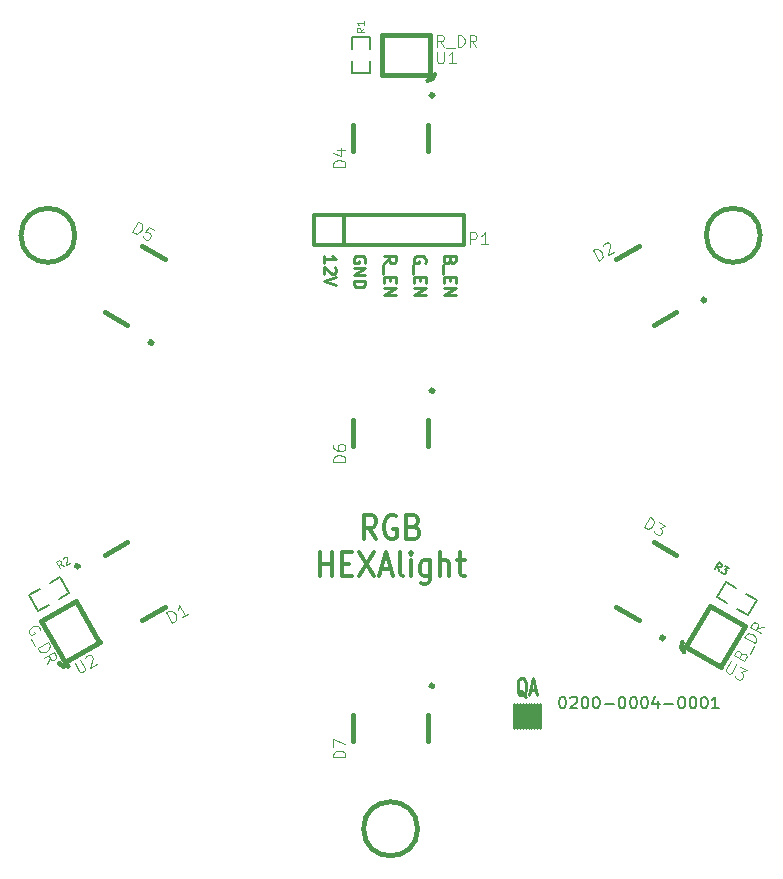
<source format=gto>
G04 (created by PCBNEW-RS274X (2011-nov-30)-testing) date Fri 27 Jul 2012 07:09:39 PM EDT*
%MOIN*%
G04 Gerber Fmt 3.4, Leading zero omitted, Abs format*
%FSLAX34Y34*%
G01*
G70*
G90*
G04 APERTURE LIST*
%ADD10C,0.006*%
%ADD11C,0.0079*%
%ADD12C,0.0099*%
%ADD13C,0.012*%
%ADD14C,0.005*%
%ADD15C,0.015*%
%ADD16C,0.0157*%
%ADD17C,0.0039*%
G04 APERTURE END LIST*
G54D10*
G54D11*
X64176Y-47363D02*
X64213Y-47363D01*
X64251Y-47382D01*
X64270Y-47401D01*
X64288Y-47439D01*
X64307Y-47514D01*
X64307Y-47607D01*
X64288Y-47682D01*
X64270Y-47720D01*
X64251Y-47739D01*
X64213Y-47757D01*
X64176Y-47757D01*
X64138Y-47739D01*
X64120Y-47720D01*
X64101Y-47682D01*
X64082Y-47607D01*
X64082Y-47514D01*
X64101Y-47439D01*
X64120Y-47401D01*
X64138Y-47382D01*
X64176Y-47363D01*
X64457Y-47401D02*
X64476Y-47382D01*
X64513Y-47363D01*
X64607Y-47363D01*
X64645Y-47382D01*
X64663Y-47401D01*
X64682Y-47439D01*
X64682Y-47476D01*
X64663Y-47532D01*
X64438Y-47757D01*
X64682Y-47757D01*
X64926Y-47363D02*
X64963Y-47363D01*
X65001Y-47382D01*
X65020Y-47401D01*
X65038Y-47439D01*
X65057Y-47514D01*
X65057Y-47607D01*
X65038Y-47682D01*
X65020Y-47720D01*
X65001Y-47739D01*
X64963Y-47757D01*
X64926Y-47757D01*
X64888Y-47739D01*
X64870Y-47720D01*
X64851Y-47682D01*
X64832Y-47607D01*
X64832Y-47514D01*
X64851Y-47439D01*
X64870Y-47401D01*
X64888Y-47382D01*
X64926Y-47363D01*
X65301Y-47363D02*
X65338Y-47363D01*
X65376Y-47382D01*
X65395Y-47401D01*
X65413Y-47439D01*
X65432Y-47514D01*
X65432Y-47607D01*
X65413Y-47682D01*
X65395Y-47720D01*
X65376Y-47739D01*
X65338Y-47757D01*
X65301Y-47757D01*
X65263Y-47739D01*
X65245Y-47720D01*
X65226Y-47682D01*
X65207Y-47607D01*
X65207Y-47514D01*
X65226Y-47439D01*
X65245Y-47401D01*
X65263Y-47382D01*
X65301Y-47363D01*
X65601Y-47607D02*
X65901Y-47607D01*
X66164Y-47363D02*
X66201Y-47363D01*
X66239Y-47382D01*
X66258Y-47401D01*
X66276Y-47439D01*
X66295Y-47514D01*
X66295Y-47607D01*
X66276Y-47682D01*
X66258Y-47720D01*
X66239Y-47739D01*
X66201Y-47757D01*
X66164Y-47757D01*
X66126Y-47739D01*
X66108Y-47720D01*
X66089Y-47682D01*
X66070Y-47607D01*
X66070Y-47514D01*
X66089Y-47439D01*
X66108Y-47401D01*
X66126Y-47382D01*
X66164Y-47363D01*
X66539Y-47363D02*
X66576Y-47363D01*
X66614Y-47382D01*
X66633Y-47401D01*
X66651Y-47439D01*
X66670Y-47514D01*
X66670Y-47607D01*
X66651Y-47682D01*
X66633Y-47720D01*
X66614Y-47739D01*
X66576Y-47757D01*
X66539Y-47757D01*
X66501Y-47739D01*
X66483Y-47720D01*
X66464Y-47682D01*
X66445Y-47607D01*
X66445Y-47514D01*
X66464Y-47439D01*
X66483Y-47401D01*
X66501Y-47382D01*
X66539Y-47363D01*
X66914Y-47363D02*
X66951Y-47363D01*
X66989Y-47382D01*
X67008Y-47401D01*
X67026Y-47439D01*
X67045Y-47514D01*
X67045Y-47607D01*
X67026Y-47682D01*
X67008Y-47720D01*
X66989Y-47739D01*
X66951Y-47757D01*
X66914Y-47757D01*
X66876Y-47739D01*
X66858Y-47720D01*
X66839Y-47682D01*
X66820Y-47607D01*
X66820Y-47514D01*
X66839Y-47439D01*
X66858Y-47401D01*
X66876Y-47382D01*
X66914Y-47363D01*
X67383Y-47495D02*
X67383Y-47757D01*
X67289Y-47345D02*
X67195Y-47626D01*
X67439Y-47626D01*
X67589Y-47607D02*
X67889Y-47607D01*
X68152Y-47363D02*
X68189Y-47363D01*
X68227Y-47382D01*
X68246Y-47401D01*
X68264Y-47439D01*
X68283Y-47514D01*
X68283Y-47607D01*
X68264Y-47682D01*
X68246Y-47720D01*
X68227Y-47739D01*
X68189Y-47757D01*
X68152Y-47757D01*
X68114Y-47739D01*
X68096Y-47720D01*
X68077Y-47682D01*
X68058Y-47607D01*
X68058Y-47514D01*
X68077Y-47439D01*
X68096Y-47401D01*
X68114Y-47382D01*
X68152Y-47363D01*
X68527Y-47363D02*
X68564Y-47363D01*
X68602Y-47382D01*
X68621Y-47401D01*
X68639Y-47439D01*
X68658Y-47514D01*
X68658Y-47607D01*
X68639Y-47682D01*
X68621Y-47720D01*
X68602Y-47739D01*
X68564Y-47757D01*
X68527Y-47757D01*
X68489Y-47739D01*
X68471Y-47720D01*
X68452Y-47682D01*
X68433Y-47607D01*
X68433Y-47514D01*
X68452Y-47439D01*
X68471Y-47401D01*
X68489Y-47382D01*
X68527Y-47363D01*
X68902Y-47363D02*
X68939Y-47363D01*
X68977Y-47382D01*
X68996Y-47401D01*
X69014Y-47439D01*
X69033Y-47514D01*
X69033Y-47607D01*
X69014Y-47682D01*
X68996Y-47720D01*
X68977Y-47739D01*
X68939Y-47757D01*
X68902Y-47757D01*
X68864Y-47739D01*
X68846Y-47720D01*
X68827Y-47682D01*
X68808Y-47607D01*
X68808Y-47514D01*
X68827Y-47439D01*
X68846Y-47401D01*
X68864Y-47382D01*
X68902Y-47363D01*
X69408Y-47757D02*
X69183Y-47757D01*
X69296Y-47757D02*
X69296Y-47363D01*
X69258Y-47420D01*
X69221Y-47457D01*
X69183Y-47476D01*
G54D12*
X62590Y-48395D02*
X62590Y-47595D01*
X62778Y-48395D02*
X62778Y-47595D01*
X62966Y-48395D02*
X62966Y-47595D01*
X63154Y-48395D02*
X63154Y-47595D01*
X63342Y-48395D02*
X63342Y-47595D01*
X62688Y-48395D02*
X62688Y-47595D01*
X62876Y-48395D02*
X62876Y-47595D01*
X63064Y-48395D02*
X63064Y-47595D01*
X63252Y-48395D02*
X63252Y-47595D01*
X63440Y-48395D02*
X63440Y-47595D01*
X62989Y-47382D02*
X62952Y-47354D01*
X62914Y-47298D01*
X62858Y-47213D01*
X62821Y-47185D01*
X62783Y-47185D01*
X62802Y-47326D02*
X62764Y-47298D01*
X62727Y-47241D01*
X62708Y-47129D01*
X62708Y-46932D01*
X62727Y-46819D01*
X62764Y-46763D01*
X62802Y-46735D01*
X62877Y-46735D01*
X62914Y-46763D01*
X62952Y-46819D01*
X62971Y-46932D01*
X62971Y-47129D01*
X62952Y-47241D01*
X62914Y-47298D01*
X62877Y-47326D01*
X62802Y-47326D01*
X63121Y-47157D02*
X63309Y-47157D01*
X63084Y-47326D02*
X63215Y-46735D01*
X63346Y-47326D01*
X60447Y-32823D02*
X60428Y-32879D01*
X60409Y-32898D01*
X60372Y-32917D01*
X60316Y-32917D01*
X60278Y-32898D01*
X60259Y-32879D01*
X60241Y-32842D01*
X60241Y-32692D01*
X60635Y-32692D01*
X60635Y-32823D01*
X60616Y-32861D01*
X60597Y-32879D01*
X60559Y-32898D01*
X60522Y-32898D01*
X60484Y-32879D01*
X60466Y-32861D01*
X60447Y-32823D01*
X60447Y-32692D01*
X60203Y-32992D02*
X60203Y-33292D01*
X60447Y-33386D02*
X60447Y-33517D01*
X60241Y-33573D02*
X60241Y-33386D01*
X60635Y-33386D01*
X60635Y-33573D01*
X60241Y-33742D02*
X60635Y-33742D01*
X60241Y-33967D01*
X60635Y-33967D01*
X59612Y-32898D02*
X59631Y-32861D01*
X59631Y-32804D01*
X59612Y-32748D01*
X59574Y-32711D01*
X59537Y-32692D01*
X59462Y-32673D01*
X59405Y-32673D01*
X59330Y-32692D01*
X59293Y-32711D01*
X59255Y-32748D01*
X59237Y-32804D01*
X59237Y-32842D01*
X59255Y-32898D01*
X59274Y-32917D01*
X59405Y-32917D01*
X59405Y-32842D01*
X59199Y-32992D02*
X59199Y-33292D01*
X59443Y-33386D02*
X59443Y-33517D01*
X59237Y-33573D02*
X59237Y-33386D01*
X59631Y-33386D01*
X59631Y-33573D01*
X59237Y-33742D02*
X59631Y-33742D01*
X59237Y-33967D01*
X59631Y-33967D01*
X58242Y-32917D02*
X58429Y-32786D01*
X58242Y-32692D02*
X58636Y-32692D01*
X58636Y-32842D01*
X58617Y-32879D01*
X58598Y-32898D01*
X58560Y-32917D01*
X58504Y-32917D01*
X58467Y-32898D01*
X58448Y-32879D01*
X58429Y-32842D01*
X58429Y-32692D01*
X58204Y-32992D02*
X58204Y-33292D01*
X58448Y-33386D02*
X58448Y-33517D01*
X58242Y-33573D02*
X58242Y-33386D01*
X58636Y-33386D01*
X58636Y-33573D01*
X58242Y-33742D02*
X58636Y-33742D01*
X58242Y-33967D01*
X58636Y-33967D01*
X57609Y-32898D02*
X57628Y-32861D01*
X57628Y-32804D01*
X57609Y-32748D01*
X57571Y-32711D01*
X57534Y-32692D01*
X57459Y-32673D01*
X57402Y-32673D01*
X57327Y-32692D01*
X57290Y-32711D01*
X57252Y-32748D01*
X57234Y-32804D01*
X57234Y-32842D01*
X57252Y-32898D01*
X57271Y-32917D01*
X57402Y-32917D01*
X57402Y-32842D01*
X57234Y-33086D02*
X57628Y-33086D01*
X57234Y-33311D01*
X57628Y-33311D01*
X57234Y-33499D02*
X57628Y-33499D01*
X57628Y-33593D01*
X57609Y-33649D01*
X57571Y-33686D01*
X57534Y-33705D01*
X57459Y-33724D01*
X57402Y-33724D01*
X57327Y-33705D01*
X57290Y-33686D01*
X57252Y-33649D01*
X57234Y-33593D01*
X57234Y-33499D01*
G54D13*
X57981Y-42114D02*
X57745Y-41733D01*
X57576Y-42114D02*
X57576Y-41314D01*
X57846Y-41314D01*
X57913Y-41352D01*
X57947Y-41390D01*
X57981Y-41466D01*
X57981Y-41580D01*
X57947Y-41657D01*
X57913Y-41695D01*
X57846Y-41733D01*
X57576Y-41733D01*
X58656Y-41352D02*
X58589Y-41314D01*
X58487Y-41314D01*
X58386Y-41352D01*
X58319Y-41428D01*
X58285Y-41504D01*
X58251Y-41657D01*
X58251Y-41771D01*
X58285Y-41923D01*
X58319Y-42000D01*
X58386Y-42076D01*
X58487Y-42114D01*
X58555Y-42114D01*
X58656Y-42076D01*
X58690Y-42038D01*
X58690Y-41771D01*
X58555Y-41771D01*
X59230Y-41695D02*
X59331Y-41733D01*
X59365Y-41771D01*
X59399Y-41847D01*
X59399Y-41961D01*
X59365Y-42038D01*
X59331Y-42076D01*
X59264Y-42114D01*
X58994Y-42114D01*
X58994Y-41314D01*
X59230Y-41314D01*
X59298Y-41352D01*
X59331Y-41390D01*
X59365Y-41466D01*
X59365Y-41542D01*
X59331Y-41619D01*
X59298Y-41657D01*
X59230Y-41695D01*
X58994Y-41695D01*
X56108Y-43354D02*
X56108Y-42554D01*
X56108Y-42935D02*
X56513Y-42935D01*
X56513Y-43354D02*
X56513Y-42554D01*
X56851Y-42935D02*
X57087Y-42935D01*
X57188Y-43354D02*
X56851Y-43354D01*
X56851Y-42554D01*
X57188Y-42554D01*
X57424Y-42554D02*
X57897Y-43354D01*
X57897Y-42554D02*
X57424Y-43354D01*
X58133Y-43125D02*
X58471Y-43125D01*
X58066Y-43354D02*
X58302Y-42554D01*
X58538Y-43354D01*
X58876Y-43354D02*
X58809Y-43316D01*
X58775Y-43240D01*
X58775Y-42554D01*
X59146Y-43354D02*
X59146Y-42820D01*
X59146Y-42554D02*
X59112Y-42592D01*
X59146Y-42630D01*
X59180Y-42592D01*
X59146Y-42554D01*
X59146Y-42630D01*
X59788Y-42820D02*
X59788Y-43468D01*
X59754Y-43544D01*
X59720Y-43582D01*
X59653Y-43620D01*
X59551Y-43620D01*
X59484Y-43582D01*
X59788Y-43316D02*
X59720Y-43354D01*
X59585Y-43354D01*
X59518Y-43316D01*
X59484Y-43278D01*
X59450Y-43201D01*
X59450Y-42973D01*
X59484Y-42897D01*
X59518Y-42859D01*
X59585Y-42820D01*
X59720Y-42820D01*
X59788Y-42859D01*
X60125Y-43354D02*
X60125Y-42554D01*
X60429Y-43354D02*
X60429Y-42935D01*
X60395Y-42859D01*
X60327Y-42820D01*
X60226Y-42820D01*
X60159Y-42859D01*
X60125Y-42897D01*
X60665Y-42820D02*
X60935Y-42820D01*
X60766Y-42554D02*
X60766Y-43240D01*
X60800Y-43316D01*
X60867Y-43354D01*
X60935Y-43354D01*
G54D12*
X56247Y-32898D02*
X56247Y-32673D01*
X56247Y-32786D02*
X56641Y-32786D01*
X56584Y-32748D01*
X56547Y-32711D01*
X56528Y-32673D01*
X56603Y-33048D02*
X56622Y-33067D01*
X56641Y-33104D01*
X56641Y-33198D01*
X56622Y-33236D01*
X56603Y-33254D01*
X56565Y-33273D01*
X56528Y-33273D01*
X56472Y-33254D01*
X56247Y-33029D01*
X56247Y-33273D01*
X56641Y-33386D02*
X56247Y-33517D01*
X56641Y-33648D01*
G54D14*
X57181Y-25785D02*
X57181Y-25385D01*
X57181Y-25385D02*
X57781Y-25385D01*
X57781Y-25385D02*
X57781Y-25785D01*
X57781Y-26185D02*
X57781Y-26585D01*
X57781Y-26585D02*
X57181Y-26585D01*
X57181Y-26585D02*
X57181Y-26185D01*
X47110Y-43577D02*
X47457Y-43377D01*
X47457Y-43377D02*
X47757Y-43897D01*
X47757Y-43897D02*
X47410Y-44097D01*
X47064Y-44297D02*
X46717Y-44497D01*
X46717Y-44497D02*
X46417Y-43977D01*
X46417Y-43977D02*
X46764Y-43777D01*
X70323Y-43934D02*
X70670Y-44134D01*
X70670Y-44134D02*
X70370Y-44654D01*
X70370Y-44654D02*
X70023Y-44454D01*
X69677Y-44254D02*
X69330Y-44054D01*
X69330Y-44054D02*
X69630Y-43534D01*
X69630Y-43534D02*
X69977Y-43734D01*
G54D13*
X55898Y-32311D02*
X55898Y-31311D01*
X55898Y-31311D02*
X60898Y-31311D01*
X60898Y-31311D02*
X60898Y-32311D01*
X60898Y-32311D02*
X55898Y-32311D01*
X56898Y-32311D02*
X56898Y-31311D01*
G54D15*
X69105Y-44338D02*
X70264Y-45007D01*
X70264Y-45007D02*
X69486Y-46354D01*
X69477Y-46370D02*
X68318Y-45701D01*
X68328Y-45685D02*
X69105Y-44338D01*
X68193Y-45562D02*
G75*
G03X68247Y-45866I179J-125D01*
G74*
G01*
X46823Y-44850D02*
X47982Y-44181D01*
X47982Y-44181D02*
X48759Y-45528D01*
X48769Y-45544D02*
X47610Y-46213D01*
X47601Y-46197D02*
X46823Y-44850D01*
X47427Y-46251D02*
G75*
G03X47717Y-46357I198J92D01*
G74*
G01*
X58189Y-26654D02*
X58189Y-25316D01*
X58189Y-25316D02*
X59744Y-25316D01*
X59763Y-25316D02*
X59763Y-26654D01*
X59744Y-26654D02*
X58189Y-26654D01*
X59705Y-26830D02*
G75*
G03X59940Y-26633I19J216D01*
G74*
G01*
X59365Y-51771D02*
G75*
G03X59365Y-51771I-900J0D01*
G74*
G01*
X70787Y-31988D02*
G75*
G03X70787Y-31988I-900J0D01*
G74*
G01*
X47943Y-31988D02*
G75*
G03X47943Y-31988I-900J0D01*
G74*
G01*
G54D16*
X50196Y-44812D02*
X50946Y-44379D01*
X48936Y-42629D02*
X49686Y-42196D01*
X48065Y-43019D02*
G75*
G03X48065Y-43019I-40J0D01*
G74*
G01*
X66733Y-32353D02*
X65983Y-32786D01*
X67993Y-34536D02*
X67243Y-34969D01*
X68944Y-34146D02*
G75*
G03X68944Y-34146I-40J0D01*
G74*
G01*
X67993Y-42629D02*
X67243Y-42196D01*
X66733Y-44812D02*
X65983Y-44379D01*
X67566Y-45406D02*
G75*
G03X67566Y-45406I-40J0D01*
G74*
G01*
X57205Y-28307D02*
X57205Y-29173D01*
X59725Y-28307D02*
X59725Y-29173D01*
X59883Y-27323D02*
G75*
G03X59883Y-27323I-40J0D01*
G74*
G01*
X50946Y-32786D02*
X50196Y-32353D01*
X49686Y-34969D02*
X48936Y-34536D01*
X50519Y-35563D02*
G75*
G03X50519Y-35563I-40J0D01*
G74*
G01*
X57205Y-38150D02*
X57205Y-39016D01*
X59725Y-38150D02*
X59725Y-39016D01*
X59883Y-37166D02*
G75*
G03X59883Y-37166I-40J0D01*
G74*
G01*
X57205Y-47993D02*
X57205Y-48859D01*
X59725Y-47993D02*
X59725Y-48859D01*
X59883Y-47009D02*
G75*
G03X59883Y-47009I-40J0D01*
G74*
G01*
G54D17*
X57582Y-25082D02*
X57463Y-25165D01*
X57582Y-25224D02*
X57332Y-25224D01*
X57332Y-25129D01*
X57344Y-25105D01*
X57356Y-25094D01*
X57380Y-25082D01*
X57416Y-25082D01*
X57439Y-25094D01*
X57451Y-25105D01*
X57463Y-25129D01*
X57463Y-25224D01*
X57582Y-24844D02*
X57582Y-24986D01*
X57582Y-24915D02*
X57332Y-24915D01*
X57368Y-24939D01*
X57392Y-24963D01*
X57404Y-24986D01*
X47566Y-43017D02*
X47435Y-42956D01*
X47443Y-43088D02*
X47318Y-42872D01*
X47400Y-42824D01*
X47427Y-42823D01*
X47443Y-42828D01*
X47465Y-42843D01*
X47483Y-42874D01*
X47484Y-42900D01*
X47481Y-42916D01*
X47466Y-42938D01*
X47384Y-42985D01*
X47536Y-42774D02*
X47541Y-42757D01*
X47555Y-42735D01*
X47607Y-42705D01*
X47633Y-42704D01*
X47650Y-42708D01*
X47671Y-42724D01*
X47683Y-42744D01*
X47691Y-42780D01*
X47639Y-42975D01*
X47772Y-42898D01*
G54D14*
X69401Y-43173D02*
X69389Y-43029D01*
X69278Y-43102D02*
X69403Y-42886D01*
X69485Y-42933D01*
X69500Y-42956D01*
X69504Y-42972D01*
X69502Y-42999D01*
X69484Y-43030D01*
X69462Y-43044D01*
X69447Y-43049D01*
X69420Y-43047D01*
X69338Y-42999D01*
X69599Y-42999D02*
X69732Y-43076D01*
X69613Y-43117D01*
X69644Y-43135D01*
X69659Y-43157D01*
X69663Y-43174D01*
X69661Y-43200D01*
X69631Y-43252D01*
X69610Y-43266D01*
X69593Y-43271D01*
X69567Y-43269D01*
X69504Y-43233D01*
X69490Y-43211D01*
X69486Y-43195D01*
G54D17*
X61120Y-32285D02*
X61120Y-31891D01*
X61270Y-31891D01*
X61307Y-31910D01*
X61326Y-31929D01*
X61345Y-31967D01*
X61345Y-32023D01*
X61326Y-32060D01*
X61307Y-32079D01*
X61270Y-32098D01*
X61120Y-32098D01*
X61720Y-32285D02*
X61495Y-32285D01*
X61608Y-32285D02*
X61608Y-31891D01*
X61570Y-31948D01*
X61533Y-31985D01*
X61495Y-32004D01*
X69799Y-46181D02*
X69639Y-46458D01*
X69637Y-46500D01*
X69643Y-46526D01*
X69667Y-46560D01*
X69732Y-46598D01*
X69773Y-46601D01*
X69799Y-46594D01*
X69834Y-46570D01*
X69994Y-46294D01*
X70123Y-46369D02*
X70335Y-46491D01*
X70146Y-46556D01*
X70194Y-46584D01*
X70218Y-46619D01*
X70224Y-46644D01*
X70222Y-46687D01*
X70175Y-46767D01*
X70140Y-46791D01*
X70115Y-46798D01*
X70073Y-46795D01*
X69976Y-46739D01*
X69952Y-46704D01*
X69945Y-46678D01*
X70141Y-45974D02*
X70186Y-45935D01*
X70212Y-45928D01*
X70253Y-45930D01*
X70302Y-45958D01*
X70325Y-45994D01*
X70332Y-46020D01*
X70329Y-46061D01*
X70254Y-46191D01*
X69913Y-45994D01*
X69978Y-45880D01*
X70014Y-45857D01*
X70039Y-45851D01*
X70082Y-45853D01*
X70114Y-45872D01*
X70137Y-45907D01*
X70144Y-45932D01*
X70141Y-45974D01*
X70076Y-46088D01*
X70437Y-45950D02*
X70587Y-45690D01*
X70601Y-45590D02*
X70260Y-45393D01*
X70307Y-45311D01*
X70351Y-45272D01*
X70403Y-45259D01*
X70444Y-45261D01*
X70519Y-45282D01*
X70568Y-45311D01*
X70624Y-45365D01*
X70646Y-45400D01*
X70661Y-45451D01*
X70648Y-45508D01*
X70601Y-45590D01*
X70911Y-45054D02*
X70683Y-45074D01*
X70798Y-45249D02*
X70457Y-45052D01*
X70532Y-44922D01*
X70567Y-44899D01*
X70593Y-44892D01*
X70635Y-44895D01*
X70684Y-44923D01*
X70706Y-44958D01*
X70713Y-44984D01*
X70711Y-45025D01*
X70636Y-45155D01*
X47930Y-46245D02*
X48089Y-46522D01*
X48125Y-46545D01*
X48150Y-46553D01*
X48192Y-46549D01*
X48257Y-46512D01*
X48280Y-46478D01*
X48287Y-46452D01*
X48284Y-46409D01*
X48125Y-46133D01*
X48290Y-46081D02*
X48297Y-46055D01*
X48319Y-46020D01*
X48401Y-45973D01*
X48443Y-45971D01*
X48468Y-45978D01*
X48504Y-46002D01*
X48522Y-46034D01*
X48534Y-46092D01*
X48451Y-46399D01*
X48663Y-46277D01*
X46790Y-45140D02*
X46788Y-45099D01*
X46759Y-45049D01*
X46715Y-45010D01*
X46663Y-44997D01*
X46622Y-44999D01*
X46547Y-45020D01*
X46498Y-45049D01*
X46442Y-45103D01*
X46420Y-45138D01*
X46405Y-45189D01*
X46418Y-45246D01*
X46437Y-45279D01*
X46480Y-45319D01*
X46506Y-45326D01*
X46620Y-45260D01*
X46582Y-45195D01*
X46479Y-45428D02*
X46629Y-45688D01*
X46709Y-45750D02*
X47050Y-45553D01*
X47097Y-45635D01*
X47109Y-45693D01*
X47094Y-45744D01*
X47072Y-45779D01*
X47016Y-45833D01*
X46967Y-45861D01*
X46892Y-45882D01*
X46851Y-45884D01*
X46799Y-45871D01*
X46756Y-45832D01*
X46709Y-45750D01*
X47018Y-46286D02*
X47115Y-46079D01*
X46906Y-46091D02*
X47247Y-45894D01*
X47322Y-46024D01*
X47324Y-46066D01*
X47317Y-46092D01*
X47294Y-46127D01*
X47245Y-46155D01*
X47204Y-46157D01*
X47178Y-46150D01*
X47143Y-46128D01*
X47068Y-45998D01*
X60015Y-25865D02*
X60015Y-26184D01*
X60034Y-26222D01*
X60052Y-26241D01*
X60090Y-26259D01*
X60165Y-26259D01*
X60202Y-26241D01*
X60221Y-26222D01*
X60240Y-26184D01*
X60240Y-25865D01*
X60634Y-26259D02*
X60409Y-26259D01*
X60522Y-26259D02*
X60522Y-25865D01*
X60484Y-25922D01*
X60447Y-25959D01*
X60409Y-25978D01*
X60238Y-25704D02*
X60107Y-25517D01*
X60013Y-25704D02*
X60013Y-25310D01*
X60163Y-25310D01*
X60200Y-25329D01*
X60219Y-25348D01*
X60238Y-25386D01*
X60238Y-25442D01*
X60219Y-25479D01*
X60200Y-25498D01*
X60163Y-25517D01*
X60013Y-25517D01*
X60313Y-25742D02*
X60613Y-25742D01*
X60707Y-25704D02*
X60707Y-25310D01*
X60801Y-25310D01*
X60857Y-25329D01*
X60894Y-25367D01*
X60913Y-25404D01*
X60932Y-25479D01*
X60932Y-25536D01*
X60913Y-25611D01*
X60894Y-25648D01*
X60857Y-25686D01*
X60801Y-25704D01*
X60707Y-25704D01*
X61326Y-25704D02*
X61195Y-25517D01*
X61101Y-25704D02*
X61101Y-25310D01*
X61251Y-25310D01*
X61288Y-25329D01*
X61307Y-25348D01*
X61326Y-25386D01*
X61326Y-25442D01*
X61307Y-25479D01*
X61288Y-25498D01*
X61251Y-25517D01*
X61101Y-25517D01*
X51188Y-44897D02*
X50991Y-44555D01*
X51073Y-44508D01*
X51131Y-44497D01*
X51182Y-44511D01*
X51217Y-44534D01*
X51271Y-44589D01*
X51299Y-44639D01*
X51320Y-44713D01*
X51322Y-44755D01*
X51309Y-44806D01*
X51270Y-44850D01*
X51188Y-44897D01*
X51708Y-44597D02*
X51513Y-44709D01*
X51611Y-44653D02*
X51414Y-44311D01*
X51410Y-44380D01*
X51396Y-44430D01*
X51373Y-44466D01*
X65397Y-32834D02*
X65200Y-32492D01*
X65282Y-32445D01*
X65340Y-32434D01*
X65391Y-32448D01*
X65426Y-32471D01*
X65480Y-32526D01*
X65508Y-32576D01*
X65529Y-32650D01*
X65531Y-32692D01*
X65518Y-32743D01*
X65479Y-32787D01*
X65397Y-32834D01*
X65544Y-32338D02*
X65551Y-32312D01*
X65574Y-32277D01*
X65655Y-32230D01*
X65697Y-32227D01*
X65723Y-32235D01*
X65758Y-32258D01*
X65776Y-32290D01*
X65788Y-32348D01*
X65706Y-32656D01*
X65917Y-32534D01*
X66909Y-41713D02*
X67106Y-41371D01*
X67188Y-41418D01*
X67227Y-41463D01*
X67240Y-41514D01*
X67238Y-41556D01*
X67217Y-41630D01*
X67188Y-41680D01*
X67134Y-41735D01*
X67099Y-41758D01*
X67048Y-41772D01*
X66991Y-41760D01*
X66909Y-41713D01*
X67415Y-41549D02*
X67626Y-41671D01*
X67437Y-41737D01*
X67486Y-41765D01*
X67509Y-41799D01*
X67516Y-41825D01*
X67513Y-41867D01*
X67466Y-41948D01*
X67431Y-41971D01*
X67406Y-41979D01*
X67364Y-41975D01*
X67267Y-41919D01*
X67243Y-41885D01*
X67236Y-41859D01*
X56953Y-29704D02*
X56559Y-29704D01*
X56559Y-29610D01*
X56578Y-29554D01*
X56616Y-29517D01*
X56653Y-29498D01*
X56728Y-29479D01*
X56785Y-29479D01*
X56860Y-29498D01*
X56897Y-29517D01*
X56935Y-29554D01*
X56953Y-29610D01*
X56953Y-29704D01*
X56691Y-29141D02*
X56953Y-29141D01*
X56541Y-29235D02*
X56822Y-29329D01*
X56822Y-29085D01*
X49862Y-31870D02*
X50059Y-31528D01*
X50141Y-31575D01*
X50180Y-31620D01*
X50193Y-31671D01*
X50191Y-31713D01*
X50170Y-31787D01*
X50141Y-31837D01*
X50087Y-31892D01*
X50052Y-31915D01*
X50001Y-31929D01*
X49944Y-31917D01*
X49862Y-31870D01*
X50563Y-31819D02*
X50401Y-31725D01*
X50290Y-31879D01*
X50316Y-31872D01*
X50357Y-31875D01*
X50439Y-31922D01*
X50462Y-31956D01*
X50469Y-31982D01*
X50466Y-32024D01*
X50419Y-32105D01*
X50384Y-32128D01*
X50359Y-32136D01*
X50317Y-32132D01*
X50236Y-32085D01*
X50213Y-32051D01*
X50206Y-32025D01*
X56953Y-39547D02*
X56559Y-39547D01*
X56559Y-39453D01*
X56578Y-39397D01*
X56616Y-39360D01*
X56653Y-39341D01*
X56728Y-39322D01*
X56785Y-39322D01*
X56860Y-39341D01*
X56897Y-39360D01*
X56935Y-39397D01*
X56953Y-39453D01*
X56953Y-39547D01*
X56559Y-38984D02*
X56559Y-39059D01*
X56578Y-39097D01*
X56597Y-39116D01*
X56653Y-39153D01*
X56728Y-39172D01*
X56878Y-39172D01*
X56916Y-39153D01*
X56935Y-39134D01*
X56953Y-39097D01*
X56953Y-39022D01*
X56935Y-38984D01*
X56916Y-38966D01*
X56878Y-38947D01*
X56785Y-38947D01*
X56747Y-38966D01*
X56728Y-38984D01*
X56710Y-39022D01*
X56710Y-39097D01*
X56728Y-39134D01*
X56747Y-39153D01*
X56785Y-39172D01*
X56953Y-49390D02*
X56559Y-49390D01*
X56559Y-49296D01*
X56578Y-49240D01*
X56616Y-49203D01*
X56653Y-49184D01*
X56728Y-49165D01*
X56785Y-49165D01*
X56860Y-49184D01*
X56897Y-49203D01*
X56935Y-49240D01*
X56953Y-49296D01*
X56953Y-49390D01*
X56559Y-49034D02*
X56559Y-48771D01*
X56953Y-48940D01*
M02*

</source>
